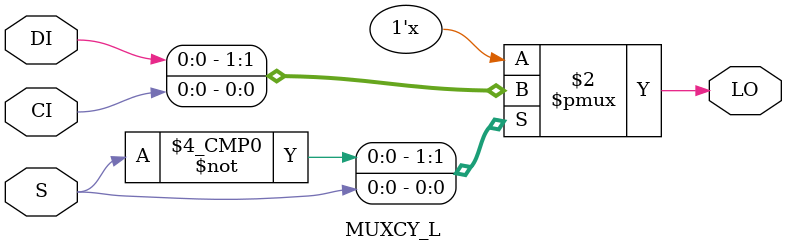
<source format=v>
/*
Author(s): Steven Miller
Date created: September 19 2024
Purpose: replacement for xilinx MUXCY_L hard IP

Notes:
	$ Steven 9/19/2024: initial creation
*/

module MUXCY_L
(
	input DI,
	input CI,
	input S,
	output reg LO
	
);

always @ (DI or CI or S)
begin
	case(S)
		0: LO <= DI;
		1: LO <= CI;
	endcase
end

endmodule
</source>
